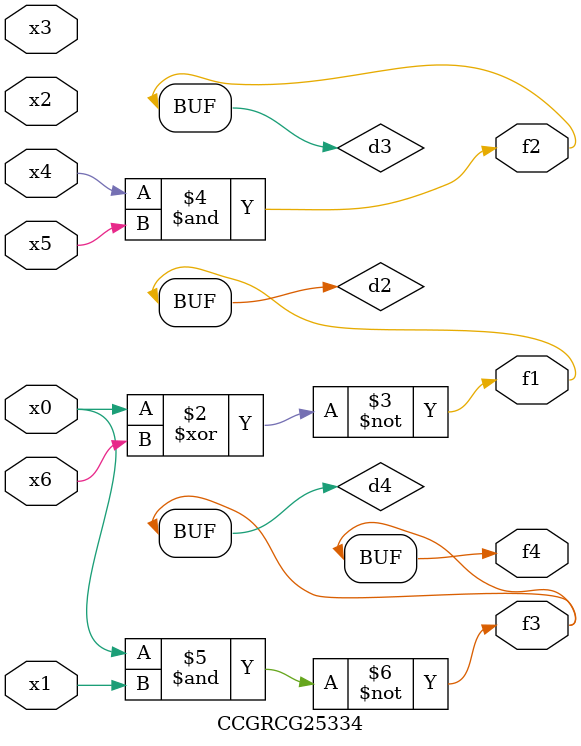
<source format=v>
module CCGRCG25334(
	input x0, x1, x2, x3, x4, x5, x6,
	output f1, f2, f3, f4
);

	wire d1, d2, d3, d4;

	nor (d1, x0);
	xnor (d2, x0, x6);
	and (d3, x4, x5);
	nand (d4, x0, x1);
	assign f1 = d2;
	assign f2 = d3;
	assign f3 = d4;
	assign f4 = d4;
endmodule

</source>
